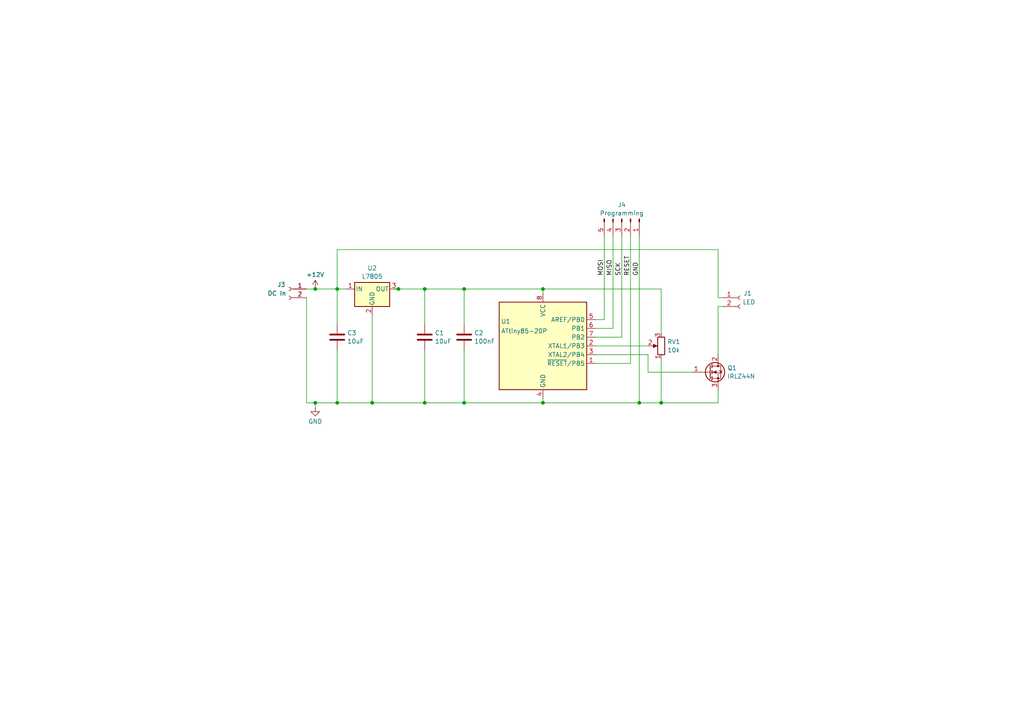
<source format=kicad_sch>
(kicad_sch (version 20250114) (generator "eeschema") (generator_version "9.0")
  (paper "A4")
  (lib_symbols
    (symbol "Connector:Conn_01x02_Socket" (pin_names (offset 1.016) (hide yes))
      (property "Reference" "J" (at 0 2.54 0))
      (property "Value" "Conn_01x02_Socket" (at 0 -5.08 0))
      (symbol "Conn_01x02_Socket_1_1"
        (polyline (pts (xy -1.27 0) (xy -0.508 0)) (stroke (width 0.1524)))
        (polyline (pts (xy -1.27 -2.54) (xy -0.508 -2.54)) (stroke (width 0.1524)))
        (arc (start 0 -0.508) (mid -0.5058 0) (end 0 0.508) (stroke (width 0.1524)))
        (arc (start 0 -3.048) (mid -0.5058 -2.54) (end 0 -2.032) (stroke (width 0.1524)))
        (pin passive line (at -5.08 0 0) (length 3.81) (name "Pin_1") (number "1"))
        (pin passive line (at -5.08 -2.54 0) (length 3.81) (name "Pin_2") (number "2"))
      )
    )
    (symbol "Connector:Conn_01x05_Pin" (pin_names (offset 1.016) (hide yes))
      (property "Reference" "J" (at 0 7.62 0))
      (property "Value" "Conn_01x05_Pin" (at 0 -7.62 0))
      (symbol "Conn_01x05_Pin_1_1"
        (rectangle (start 0.8636 5.207) (end 0 4.953) (stroke (width 0.1524)) (fill (type outline)))
        (rectangle (start 0.8636 2.667) (end 0 2.413) (stroke (width 0.1524)) (fill (type outline)))
        (rectangle (start 0.8636 0.127) (end 0 -0.127) (stroke (width 0.1524)) (fill (type outline)))
        (rectangle (start 0.8636 -2.413) (end 0 -2.667) (stroke (width 0.1524)) (fill (type outline)))
        (rectangle (start 0.8636 -4.953) (end 0 -5.207) (stroke (width 0.1524)) (fill (type outline)))
        (polyline (pts (xy 1.27 5.08) (xy 0.8636 5.08)) (stroke (width 0.1524)))
        (polyline (pts (xy 1.27 2.54) (xy 0.8636 2.54)) (stroke (width 0.1524)))
        (polyline (pts (xy 1.27 0) (xy 0.8636 0)) (stroke (width 0.1524)))
        (polyline (pts (xy 1.27 -2.54) (xy 0.8636 -2.54)) (stroke (width 0.1524)))
        (polyline (pts (xy 1.27 -5.08) (xy 0.8636 -5.08)) (stroke (width 0.1524)))
        (pin passive line (at 5.08 5.08 180) (length 3.81) (name "Pin_1") (number "1"))
        (pin passive line (at 5.08 2.54 180) (length 3.81) (name "Pin_2") (number "2"))
        (pin passive line (at 5.08 0 180) (length 3.81) (name "Pin_3") (number "3"))
        (pin passive line (at 5.08 -2.54 180) (length 3.81) (name "Pin_4") (number "4"))
        (pin passive line (at 5.08 -5.08 180) (length 3.81) (name "Pin_5") (number "5"))
      )
    )
    (symbol "Device:C" (pin_numbers (hide yes)) (pin_names (offset 0.254))
      (property "Reference" "C" (at 0.635 2.54 0))
      (property "Value" "C" (at 0.635 -2.54 0))
      (symbol "C_0_1"
        (polyline (pts (xy -2.032 0.762) (xy 2.032 0.762)) (stroke (width 0.508)))
        (polyline (pts (xy -2.032 -0.762) (xy 2.032 -0.762)) (stroke (width 0.508)))
      )
      (symbol "C_1_1"
        (pin passive line (at 0 3.81 270) (length 2.794) (name "~") (number "1"))
        (pin passive line (at 0 -3.81 90) (length 2.794) (name "~") (number "2"))
      )
    )
    (symbol "Device:R_Potentiometer" (pin_names (offset 1.016) (hide yes))
      (property "Reference" "RV" (at -4.445 0 90))
      (property "Value" "R_Potentiometer" (at -2.54 0 90))
      (symbol "R_Potentiometer_0_1"
        (rectangle (start 1.016 2.54) (end -1.016 -2.54) (stroke (width 0.254)))
        (polyline (pts (xy 1.143 0) (xy 2.286 0.508) (xy 2.286 -0.508) (xy 1.143 0)) (fill (type outline)))
        (polyline (pts (xy 2.54 0) (xy 1.524 0)))
      )
      (symbol "R_Potentiometer_1_1"
        (pin passive line (at 0 3.81 270) (length 1.27) (name "1") (number "1"))
        (pin passive line (at 0 -3.81 90) (length 1.27) (name "3") (number "3"))
        (pin passive line (at 3.81 0 180) (length 1.27) (name "2") (number "2"))
      )
    )
    (symbol "MCU_Microchip_ATtiny:ATtiny85-20P"
      (property "Reference" "U" (at -12.7 13.97 0))
      (property "Value" "ATtiny85-20P" (at 2.54 -13.97 0))
      (symbol "ATtiny85-20P_0_1"
        (rectangle (start -12.7 -12.7) (end 12.7 12.7) (stroke (width 0.254)) (fill (type background)))
      )
      (symbol "ATtiny85-20P_1_1"
        (pin power_in line (at 0 15.24 270) (length 2.54) (name "VCC") (number "8"))
        (pin power_in line (at 0 -15.24 90) (length 2.54) (name "GND") (number "4"))
        (pin bidirectional line (at 15.24 7.62 180) (length 2.54) (name "AREF/PB0") (number "5"))
        (pin bidirectional line (at 15.24 5.08 180) (length 2.54) (name "PB1") (number "6"))
        (pin bidirectional line (at 15.24 2.54 180) (length 2.54) (name "PB2") (number "7"))
        (pin bidirectional line (at 15.24 0 180) (length 2.54) (name "XTAL1/PB3") (number "2"))
        (pin bidirectional line (at 15.24 -2.54 180) (length 2.54) (name "XTAL2/PB4") (number "3"))
        (pin bidirectional line (at 15.24 -5.08 180) (length 2.54) (name "~{RESET}/PB5") (number "1"))
      )
    )
    (symbol "Regulator_Linear:L7805" (pin_names (offset 0.254))
      (property "Reference" "U" (at -3.81 3.175 0))
      (property "Value" "L7805" (at 0 3.175 0))
      (symbol "L7805_0_1"
        (rectangle (start -5.08 1.905) (end 5.08 -5.08) (stroke (width 0.254)) (fill (type background)))
      )
      (symbol "L7805_1_1"
        (pin power_in line (at -7.62 0 0) (length 2.54) (name "IN") (number "1"))
        (pin power_in line (at 0 -7.62 90) (length 2.54) (name "GND") (number "2"))
        (pin power_out line (at 7.62 0 180) (length 2.54) (name "OUT") (number "3"))
      )
    )
    (symbol "Transistor_FET:IRLZ44N" (pin_names (hide yes))
      (property "Reference" "Q" (at 5.08 1.905 0))
      (property "Value" "IRLZ44N" (at 5.08 0 0))
      (symbol "IRLZ44N_0_1"
        (polyline (pts (xy 0.254 1.905) (xy 0.254 -1.905)) (stroke (width 0.254)))
        (polyline (pts (xy 0.254 0) (xy -2.54 0)))
        (polyline (pts (xy 0.762 2.286) (xy 0.762 1.27)) (stroke (width 0.254)))
        (polyline (pts (xy 0.762 0.508) (xy 0.762 -0.508)) (stroke (width 0.254)))
        (polyline (pts (xy 0.762 -1.27) (xy 0.762 -2.286)) (stroke (width 0.254)))
        (polyline (pts (xy 0.762 -1.778) (xy 3.302 -1.778) (xy 3.302 1.778) (xy 0.762 1.778)))
        (polyline (pts (xy 1.016 0) (xy 2.032 0.381) (xy 2.032 -0.381) (xy 1.016 0)) (fill (type outline)))
        (circle (center 1.651 0) (radius 2.794) (stroke (width 0.254)))
        (polyline (pts (xy 2.54 2.54) (xy 2.54 1.778)))
        (circle (center 2.54 1.778) (radius 0.254) (fill (type outline)))
        (circle (center 2.54 -1.778) (radius 0.254) (fill (type outline)))
        (polyline (pts (xy 2.54 -2.54) (xy 2.54 0) (xy 0.762 0)))
        (polyline (pts (xy 2.794 0.508) (xy 2.921 0.381) (xy 3.683 0.381) (xy 3.81 0.254)))
        (polyline (pts (xy 3.302 0.381) (xy 2.921 -0.254) (xy 3.683 -0.254) (xy 3.302 0.381)))
      )
      (symbol "IRLZ44N_1_1"
        (pin input line (at -5.08 0 0) (length 2.54) (name "G") (number "1"))
        (pin passive line (at 2.54 5.08 270) (length 2.54) (name "D") (number "2"))
        (pin passive line (at 2.54 -5.08 90) (length 2.54) (name "S") (number "3"))
      )
    )
    (symbol "power:+12V" (power) (pin_numbers (hide yes)) (pin_names (offset 0) (hide yes))
      (property "Value" "+12V" (at 0 3.556 0))
      (symbol "+12V_0_1"
        (polyline (pts (xy -0.762 1.27) (xy 0 2.54)))
        (polyline (pts (xy 0 2.54) (xy 0.762 1.27)))
        (polyline (pts (xy 0 0) (xy 0 2.54)))
      )
      (symbol "+12V_1_1"
        (pin power_in line (at 0 0 90) (length 0) (name "~") (number "1"))
      )
    )
    (symbol "power:GND" (power) (pin_numbers (hide yes)) (pin_names (offset 0) (hide yes))
      (property "Value" "GND" (at 0 -3.81 0))
      (symbol "GND_0_1"
        (polyline (pts (xy 0 0) (xy 0 -1.27) (xy 1.27 -1.27) (xy 0 -2.54) (xy -1.27 -1.27) (xy 0 -1.27)))
      )
      (symbol "GND_1_1"
        (pin power_in line (at 0 0 270) (length 0) (name "~") (number "1"))
      )
    )
  )
  (junction (at 107.95 116.84))
  (junction (at 134.62 116.84))
  (junction (at 123.19 116.84))
  (junction (at 191.77 116.84))
  (junction (at 157.48 83.82))
  (junction (at 157.48 116.84))
  (junction (at 115.57 83.82))
  (junction (at 134.62 83.82))
  (junction (at 123.19 83.82))
  (junction (at 97.79 83.82))
  (junction (at 91.44 83.82))
  (junction (at 97.79 116.84))
  (junction (at 185.42 116.84))
  (junction (at 91.44 116.84))
  (wire (pts (xy 187.96 102.87) (xy 187.96 107.95)))
  (wire (pts (xy 134.62 116.84) (xy 157.48 116.84)))
  (wire (pts (xy 123.19 116.84) (xy 134.62 116.84)))
  (wire (pts (xy 91.44 116.84) (xy 91.44 118.11)))
  (wire (pts (xy 177.8 68.58) (xy 177.8 95.25)))
  (wire (pts (xy 175.26 92.71) (xy 172.72 92.71)))
  (wire (pts (xy 208.28 88.9) (xy 208.28 102.87)))
  (wire (pts (xy 91.44 83.82) (xy 97.79 83.82)))
  (wire (pts (xy 97.79 116.84) (xy 107.95 116.84)))
  (wire (pts (xy 172.72 105.41) (xy 182.88 105.41)))
  (wire (pts (xy 123.19 83.82) (xy 115.57 83.82)))
  (wire (pts (xy 97.79 83.82) (xy 97.79 72.39)))
  (wire (pts (xy 157.48 83.82) (xy 191.77 83.82)))
  (wire (pts (xy 97.79 101.6) (xy 97.79 116.84)))
  (wire (pts (xy 88.9 83.82) (xy 91.44 83.82)))
  (wire (pts (xy 88.9 86.36) (xy 88.9 116.84)))
  (wire (pts (xy 107.95 116.84) (xy 107.95 91.44)))
  (wire (pts (xy 97.79 83.82) (xy 100.33 83.82)))
  (wire (pts (xy 185.42 116.84) (xy 191.77 116.84)))
  (wire (pts (xy 191.77 104.14) (xy 191.77 116.84)))
  (wire (pts (xy 175.26 68.58) (xy 175.26 92.71)))
  (wire (pts (xy 208.28 86.36) (xy 209.55 86.36)))
  (wire (pts (xy 123.19 83.82) (xy 134.62 83.82)))
  (wire (pts (xy 157.48 116.84) (xy 185.42 116.84)))
  (wire (pts (xy 91.44 116.84) (xy 97.79 116.84)))
  (wire (pts (xy 115.57 83.82) (xy 114.3 83.82)))
  (wire (pts (xy 157.48 85.09) (xy 157.48 83.82)))
  (wire (pts (xy 172.72 102.87) (xy 187.96 102.87)))
  (wire (pts (xy 134.62 93.98) (xy 134.62 83.82)))
  (wire (pts (xy 208.28 86.36) (xy 208.28 72.39)))
  (wire (pts (xy 172.72 95.25) (xy 177.8 95.25)))
  (wire (pts (xy 185.42 68.58) (xy 185.42 116.84)))
  (wire (pts (xy 191.77 83.82) (xy 191.77 96.52)))
  (wire (pts (xy 182.88 105.41) (xy 182.88 68.58)))
  (wire (pts (xy 88.9 116.84) (xy 91.44 116.84)))
  (wire (pts (xy 97.79 72.39) (xy 208.28 72.39)))
  (wire (pts (xy 191.77 116.84) (xy 208.28 116.84)))
  (wire (pts (xy 187.96 107.95) (xy 200.66 107.95)))
  (wire (pts (xy 134.62 83.82) (xy 157.48 83.82)))
  (wire (pts (xy 123.19 93.98) (xy 123.19 83.82)))
  (wire (pts (xy 157.48 116.84) (xy 157.48 115.57)))
  (wire (pts (xy 172.72 97.79) (xy 180.34 97.79)))
  (wire (pts (xy 209.55 88.9) (xy 208.28 88.9)))
  (wire (pts (xy 134.62 116.84) (xy 134.62 101.6)))
  (wire (pts (xy 97.79 83.82) (xy 97.79 93.98)))
  (wire (pts (xy 107.95 116.84) (xy 123.19 116.84)))
  (wire (pts (xy 208.28 113.03) (xy 208.28 116.84)))
  (wire (pts (xy 123.19 116.84) (xy 123.19 101.6)))
  (wire (pts (xy 180.34 68.58) (xy 180.34 97.79)))
  (wire (pts (xy 172.72 100.33) (xy 187.96 100.33)))
  (label "MOSI" (at 175.26 80.01 90))
  (label "MISO" (at 177.8 80.01 90))
  (label "RESET" (at 182.88 80.01 90))
  (label "SCK" (at 180.34 80.01 90))
  (label "GND" (at 185.42 80.01 90))
  (symbol (lib_id "Device:C") (at 134.62 97.79 0) (unit 1)
    (property "Reference" "C2" (at 137.541 96.5778 0) (effects (justify left)))
    (property "Value" "100nF" (at 137.541 99.0021 0) (effects (justify left)))
    (property "Description" "Unpolarized capacitor" (effects (hide yes)))
  )
  (symbol (lib_id "Connector:Conn_01x05_Pin") (at 180.34 63.5 270) (unit 1)
    (property "Reference" "J4" (at 180.34 59.4063 90))
    (property "Value" "Programming" (at 180.34 61.8306 90))
    (property "Description" "Generic connector, single row, 01x05, script generated" (effects (hide yes)))
  )
  (symbol (lib_id "Connector:Conn_01x02_Socket") (at 214.63 86.36 0) (unit 1)
    (property "Reference" "J1" (at 215.646 85.09 0) (effects (justify left)))
    (property "Value" "LED" (at 215.392 87.63 0) (effects (justify left)))
    (property "Description" "Generic connector, single row, 01x02, script generated" (effects (hide yes)))
  )
  (symbol (lib_id "Device:R_Potentiometer") (at 191.77 100.33 180) (unit 1)
    (property "Reference" "RV1" (at 193.548 99.1178 0) (effects (justify right)))
    (property "Value" "10k" (at 193.548 101.5421 0) (effects (justify right)))
    (property "Description" "Potentiometer" (effects (hide yes)))
  )
  (symbol (lib_id "Regulator_Linear:L7805") (at 107.95 83.82 0) (unit 1)
    (property "Reference" "U2" (at 107.95 77.7705 0))
    (property "Value" "L7805" (at 107.95 80.1948 0))
    (property "Datasheet" "http://www.st.com/content/ccc/resource/technical/document/datasheet/41/4f/b3/b0/12/d4/47/88/CD00000444.pdf/files/CD00000444.pdf/jcr:content/translations/en.CD00000444.pdf" (effects (hide yes)))
    (property "Description" "Positive 1.5A 35V Linear Regulator, Fixed Output 5V, TO-220/TO-263/TO-252" (effects (hide yes)))
  )
  (symbol (lib_id "Device:C") (at 123.19 97.79 0) (unit 1)
    (property "Reference" "C1" (at 126.111 96.5778 0) (effects (justify left)))
    (property "Value" "10uF" (at 126.111 99.0021 0) (effects (justify left)))
    (property "Description" "Unpolarized capacitor" (effects (hide yes)))
  )
  (symbol (lib_id "Device:C") (at 97.79 97.79 0) (unit 1)
    (property "Reference" "C3" (at 100.711 96.5778 0) (effects (justify left)))
    (property "Value" "10uF" (at 100.711 99.0021 0) (effects (justify left)))
    (property "Description" "Unpolarized capacitor" (effects (hide yes)))
  )
  (symbol (lib_id "Transistor_FET:IRLZ44N") (at 205.74 107.95 0) (unit 1)
    (property "Reference" "Q1" (at 210.947 106.7378 0) (effects (justify left)))
    (property "Value" "IRLZ44N" (at 210.947 109.1621 0) (effects (justify left)))
    (property "Footprint" "Package_TO_SOT_THT:TO-220-3_Vertical" (effects (hide yes)))
    (property "Datasheet" "http://www.irf.com/product-info/datasheets/data/irlz44n.pdf" (effects (hide yes)))
    (property "Description" "47A Id, 55V Vds, 22mOhm Rds Single N-Channel HEXFET Power MOSFET, TO-220AB" (effects (hide yes)))
  )
  (symbol (lib_id "power:+12V") (at 91.44 83.82 0) (unit 1)
    (property "Reference" "#PWR02" (effects (hide yes)))
    (property "Value" "+12V" (at 91.44 79.6869 0))
    (property "Description" "Power symbol creates a global label with name \"+12V\"" (effects (hide yes)))
  )
  (symbol (lib_id "MCU_Microchip_ATtiny:ATtiny85-20P") (at 157.48 100.33 0) (unit 1)
    (property "Reference" "U1" (at 148.082 93.218 0) (effects (justify right)))
    (property "Value" "ATtiny85-20P" (at 158.75 96.012 0) (effects (justify right)))
    (property "Footprint" "Package_DIP:DIP-8_W7.62mm" (effects (hide yes)))
    (property "Datasheet" "http://ww1.microchip.com/downloads/en/DeviceDoc/atmel-2586-avr-8-bit-microcontroller-attiny25-attiny45-attiny85_datasheet.pdf" (effects (hide yes)))
    (property "Description" "20MHz, 8kB Flash, 512B SRAM, 512B EEPROM, debugWIRE, DIP-8" (effects (hide yes)))
  )
  (symbol (lib_id "Connector:Conn_01x02_Socket") (at 83.82 83.82 0) (mirror y) (unit 1)
    (property "Reference" "J3" (at 82.804 82.55 0) (effects (justify left)))
    (property "Value" "DC In" (at 83.058 85.09 0) (effects (justify left)))
    (property "Description" "Generic connector, single row, 01x02, script generated" (effects (hide yes)))
  )
  (symbol (lib_id "power:GND") (at 91.44 118.11 0) (unit 1)
    (property "Reference" "#PWR01" (effects (hide yes)))
    (property "Value" "GND" (at 91.44 122.2431 0))
    (property "Description" "Power symbol creates a global label with name \"GND\" , ground" (effects (hide yes)))
  )
)
</source>
